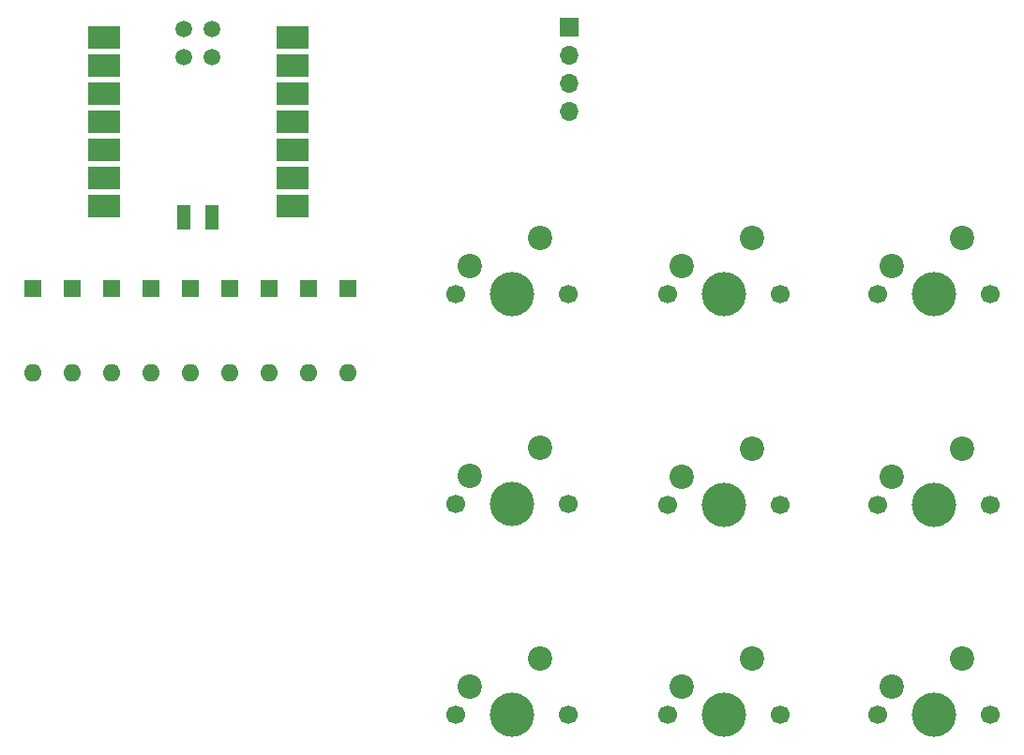
<source format=gbr>
%TF.GenerationSoftware,KiCad,Pcbnew,8.0.5*%
%TF.CreationDate,2024-10-19T20:06:23+03:00*%
%TF.ProjectId,hackpad,6861636b-7061-4642-9e6b-696361645f70,rev?*%
%TF.SameCoordinates,Original*%
%TF.FileFunction,Soldermask,Top*%
%TF.FilePolarity,Negative*%
%FSLAX46Y46*%
G04 Gerber Fmt 4.6, Leading zero omitted, Abs format (unit mm)*
G04 Created by KiCad (PCBNEW 8.0.5) date 2024-10-19 20:06:23*
%MOMM*%
%LPD*%
G01*
G04 APERTURE LIST*
%ADD10R,1.600000X1.600000*%
%ADD11O,1.600000X1.600000*%
%ADD12C,1.700000*%
%ADD13C,4.000000*%
%ADD14C,2.200000*%
%ADD15R,3.000000X2.000000*%
%ADD16C,1.500000*%
%ADD17R,1.300000X2.300000*%
%ADD18R,1.700000X1.700000*%
%ADD19O,1.700000X1.700000*%
G04 APERTURE END LIST*
D10*
%TO.C,D9*%
X38015634Y-59000000D03*
D11*
X38015634Y-66620000D03*
%TD*%
D10*
%TO.C,D3*%
X55765634Y-59000000D03*
D11*
X55765634Y-66620000D03*
%TD*%
D12*
%TO.C,SW4*%
X91745634Y-59580000D03*
D13*
X96825634Y-59580000D03*
D12*
X101905634Y-59580000D03*
D14*
X99365634Y-54500000D03*
X93015634Y-57040000D03*
%TD*%
D12*
%TO.C,SW6*%
X91745634Y-97580000D03*
D13*
X96825634Y-97580000D03*
D12*
X101905634Y-97580000D03*
D14*
X99365634Y-92500000D03*
X93015634Y-95040000D03*
%TD*%
D15*
%TO.C,U1*%
X40865634Y-36380000D03*
X40865634Y-38920000D03*
X40865634Y-41460000D03*
X40865634Y-44000000D03*
X40865634Y-46540000D03*
X40865634Y-49080000D03*
X40865634Y-51620000D03*
X57865634Y-51620000D03*
X57865634Y-49080000D03*
X57865634Y-46540000D03*
X57865634Y-44000000D03*
X57865634Y-41460000D03*
X57865634Y-38920000D03*
X57865634Y-36380000D03*
D16*
X48095634Y-35610000D03*
X50635634Y-35610000D03*
X48095634Y-38150000D03*
X50635634Y-38150000D03*
D17*
X48095634Y-52600000D03*
X50635634Y-52600000D03*
%TD*%
D10*
%TO.C,D7*%
X45115634Y-59000000D03*
D11*
X45115634Y-66620000D03*
%TD*%
D12*
%TO.C,SW1*%
X72595634Y-59540000D03*
D13*
X77675634Y-59540000D03*
D12*
X82755634Y-59540000D03*
D14*
X80215634Y-54460000D03*
X73865634Y-57000000D03*
%TD*%
D10*
%TO.C,D10*%
X34465634Y-59000000D03*
D11*
X34465634Y-66620000D03*
%TD*%
D12*
%TO.C,SW7*%
X110745634Y-59580000D03*
D13*
X115825634Y-59580000D03*
D12*
X120905634Y-59580000D03*
D14*
X118365634Y-54500000D03*
X112015634Y-57040000D03*
%TD*%
D10*
%TO.C,D8*%
X41565634Y-59000000D03*
D11*
X41565634Y-66620000D03*
%TD*%
D12*
%TO.C,SW3*%
X72595634Y-97540000D03*
D13*
X77675634Y-97540000D03*
D12*
X82755634Y-97540000D03*
D14*
X80215634Y-92460000D03*
X73865634Y-95000000D03*
%TD*%
D10*
%TO.C,D2*%
X59315634Y-59000000D03*
D11*
X59315634Y-66620000D03*
%TD*%
D12*
%TO.C,SW5*%
X91745634Y-78580000D03*
D13*
X96825634Y-78580000D03*
D12*
X101905634Y-78580000D03*
D14*
X99365634Y-73500000D03*
X93015634Y-76040000D03*
%TD*%
D12*
%TO.C,SW8*%
X110745634Y-78580000D03*
D13*
X115825634Y-78580000D03*
D12*
X120905634Y-78580000D03*
D14*
X118365634Y-73500000D03*
X112015634Y-76040000D03*
%TD*%
D12*
%TO.C,SW2*%
X72595634Y-78540000D03*
D13*
X77675634Y-78540000D03*
D12*
X82755634Y-78540000D03*
D14*
X80215634Y-73460000D03*
X73865634Y-76000000D03*
%TD*%
D18*
%TO.C,J1*%
X82865634Y-35420000D03*
D19*
X82865634Y-37960000D03*
X82865634Y-40500000D03*
X82865634Y-43040000D03*
%TD*%
D10*
%TO.C,D6*%
X48665634Y-59000000D03*
D11*
X48665634Y-66620000D03*
%TD*%
D12*
%TO.C,SW9*%
X110745634Y-97580000D03*
D13*
X115825634Y-97580000D03*
D12*
X120905634Y-97580000D03*
D14*
X118365634Y-92500000D03*
X112015634Y-95040000D03*
%TD*%
D10*
%TO.C,D1*%
X62865634Y-59000000D03*
D11*
X62865634Y-66620000D03*
%TD*%
D10*
%TO.C,D5*%
X52215634Y-59000000D03*
D11*
X52215634Y-66620000D03*
%TD*%
M02*

</source>
